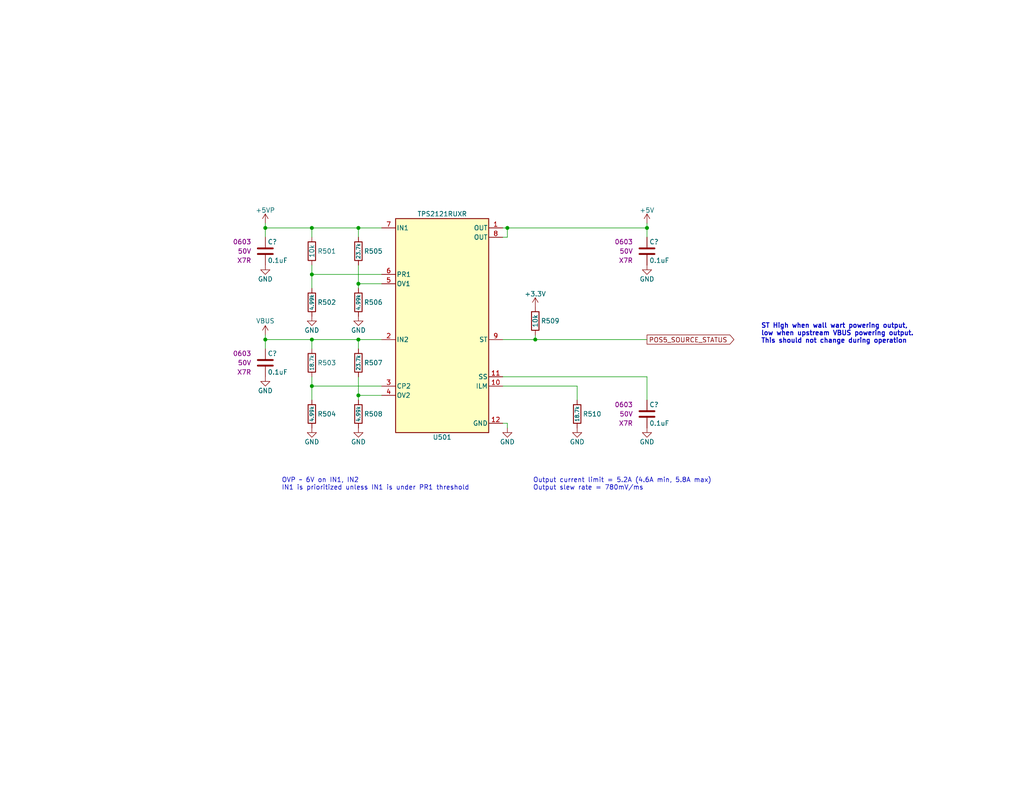
<source format=kicad_sch>
(kicad_sch (version 20230121) (generator eeschema)
  (paper "A")
  (title_block (title "USB Hub") (date "2023-08-20") (rev "PRELIM") (company "Drew Maatman"))
  (lib_symbols
    (symbol "Custom Library:TPS2121RUXR" (pin_names (offset 0.254))
      (property "Reference" "U801" (at 0 -36.83 0))
      (property "Value" "TPS2121RUXR" (at 0 24.13 0))
      (symbol "TPS2121RUXR_0_1"
        (pin bidirectional line (at 16.51 -22.86 180) (length 3.81) (name "ILM") (number "10"))
        (pin bidirectional line (at 16.51 -20.32 180) (length 3.81) (name "SS") (number "11"))
        (pin power_in line (at 16.51 -33.02 180) (length 3.81) (name "GND") (number "12"))
        (pin input line (at -16.51 -22.86 0) (length 3.81) (name "CP2") (number "3"))
        (pin input line (at -16.51 -25.4 0) (length 3.81) (name "OV2") (number "4"))
        (pin input line (at -16.51 5.08 0) (length 3.81) (name "OV1") (number "5"))
        (pin input line (at -16.51 7.62 0) (length 3.81) (name "PR1") (number "6"))
        (pin power_in line (at -16.51 20.32 0) (length 3.81) (name "IN1") (number "7"))
        (pin output line (at 16.51 -10.16 180) (length 3.81) (name "ST") (number "9"))
      )
      (symbol "TPS2121RUXR_1_1"
        (rectangle (start -12.7 22.86) (end 12.7 -35.56) (stroke (width 0.254)) (fill (type background)))
        (pin power_out line (at 16.51 20.32 180) (length 3.81) (name "OUT") (number "1"))
        (pin power_in line (at -16.51 -10.16 0) (length 3.81) (name "IN2") (number "2"))
        (pin passive line (at 16.51 17.78 180) (length 3.81) (name "OUT") (number "8"))
      )
    )
    (symbol "Custom_Library:C_Custom" (pin_numbers hide) (pin_names (offset 0.254))
      (property "Reference" "C" (at 0.635 2.54 0))
      (property "Value" "C_Custom" (at 0.635 -2.54 0))
      (property "display_footprint" "Foot" (at -3.81 2.54 0))
      (property "Voltage" "V" (at -3.81 0 0))
      (property "Dielectric" "Er" (at -3.81 -2.54 0))
      (symbol "C_Custom_0_1"
        (polyline (pts (xy -2.032 -0.762) (xy 2.032 -0.762)) (stroke (width 0.508)))
        (polyline (pts (xy -2.032 0.762) (xy 2.032 0.762)) (stroke (width 0.508)))
      )
      (symbol "C_Custom_1_1"
        (pin passive line (at 0 3.81 270) (length 2.794) (name "~") (number "1"))
        (pin passive line (at 0 -3.81 90) (length 2.794) (name "~") (number "2"))
      )
    )
    (symbol "Custom_Library:R_Custom" (pin_numbers hide) (pin_names (offset 1.016) hide)
      (property "Reference" "R" (at -2.54 0 90))
      (property "Value" "R_Custom" (at 0 0 90))
      (property "display_footprint" "Foot" (at 2.54 0 90))
      (property "Tolerance" "Tol" (at 5.08 0 90))
      (property "Wattage" "W" (at 7.62 0 90))
      (symbol "R_Custom_0_1"
        (rectangle (start 1.016 2.54) (end -1.016 -2.54) (stroke (width 0.254)))
      )
      (symbol "R_Custom_1_1"
        (pin passive line (at 0 3.81 270) (length 1.27) (name "1") (number "1"))
        (pin passive line (at 0 -3.81 90) (length 1.27) (name "2") (number "2"))
      )
    )
    (symbol "power:+3.3V" (power) (pin_names (offset 0))
      (property "Value" "+3.3V" (at 0 3.556 0))
      (symbol "+3.3V_0_1"
        (polyline (pts (xy -0.762 1.27) (xy 0 2.54)))
        (polyline (pts (xy 0 0) (xy 0 2.54)))
        (polyline (pts (xy 0 2.54) (xy 0.762 1.27)))
      )
      (symbol "+3.3V_1_1"
        (pin power_in line (at 0 0 90) (length 0) hide (name "+3.3V") (number "1"))
      )
    )
    (symbol "power:+5V" (power) (pin_names (offset 0))
      (property "Value" "+5V" (at 0 3.556 0))
      (symbol "+5V_0_1"
        (polyline (pts (xy -0.762 1.27) (xy 0 2.54)))
        (polyline (pts (xy 0 0) (xy 0 2.54)))
        (polyline (pts (xy 0 2.54) (xy 0.762 1.27)))
      )
      (symbol "+5V_1_1"
        (pin power_in line (at 0 0 90) (length 0) hide (name "+5V") (number "1"))
      )
    )
    (symbol "power:+5VP" (power) (pin_names (offset 0))
      (property "Value" "+5VP" (at 0 3.556 0))
      (symbol "+5VP_0_1"
        (polyline (pts (xy -0.762 1.27) (xy 0 2.54)))
        (polyline (pts (xy 0 0) (xy 0 2.54)))
        (polyline (pts (xy 0 2.54) (xy 0.762 1.27)))
      )
      (symbol "+5VP_1_1"
        (pin power_in line (at 0 0 90) (length 0) hide (name "+5VP") (number "1"))
      )
    )
    (symbol "power:GND" (power) (pin_names (offset 0))
      (property "Value" "GND" (at 0 -3.81 0))
      (symbol "GND_0_1"
        (polyline (pts (xy 0 0) (xy 0 -1.27) (xy 1.27 -1.27) (xy 0 -2.54) (xy -1.27 -1.27) (xy 0 -1.27)))
      )
      (symbol "GND_1_1"
        (pin power_in line (at 0 0 270) (length 0) hide (name "GND") (number "1"))
      )
    )
    (symbol "power:VBUS" (power) (pin_names (offset 0))
      (property "Value" "VBUS" (at 0 3.81 0))
      (symbol "VBUS_0_1"
        (polyline (pts (xy -0.762 1.27) (xy 0 2.54)))
        (polyline (pts (xy 0 0) (xy 0 2.54)))
        (polyline (pts (xy 0 2.54) (xy 0.762 1.27)))
      )
      (symbol "VBUS_1_1"
        (pin power_in line (at 0 0 90) (length 0) hide (name "VBUS") (number "1"))
      )
    )
  )
  (junction (at 85.09 74.93))
  (junction (at 97.79 62.23))
  (junction (at 72.39 62.23))
  (junction (at 97.79 92.71))
  (junction (at 176.53 62.23))
  (junction (at 85.09 92.71))
  (junction (at 72.39 92.71))
  (junction (at 85.09 62.23))
  (junction (at 97.79 77.47))
  (junction (at 146.05 92.71))
  (junction (at 138.43 62.23))
  (junction (at 85.09 105.41))
  (junction (at 97.79 107.95))
  (wire (pts (xy 72.39 91.44) (xy 72.39 92.71)))
  (wire (pts (xy 146.05 92.71) (xy 176.53 92.71)))
  (wire (pts (xy 85.09 105.41) (xy 85.09 102.87)))
  (wire (pts (xy 104.14 92.71) (xy 97.79 92.71)))
  (wire (pts (xy 176.53 109.22) (xy 176.53 102.87)))
  (wire (pts (xy 85.09 62.23) (xy 72.39 62.23)))
  (wire (pts (xy 146.05 92.71) (xy 137.16 92.71)))
  (wire (pts (xy 137.16 64.77) (xy 138.43 64.77)))
  (wire (pts (xy 176.53 102.87) (xy 137.16 102.87)))
  (wire (pts (xy 72.39 92.71) (xy 72.39 95.25)))
  (wire (pts (xy 157.48 109.22) (xy 157.48 105.41)))
  (wire (pts (xy 97.79 92.71) (xy 97.79 95.25)))
  (wire (pts (xy 97.79 62.23) (xy 85.09 62.23)))
  (wire (pts (xy 97.79 77.47) (xy 97.79 78.74)))
  (wire (pts (xy 97.79 77.47) (xy 104.14 77.47)))
  (wire (pts (xy 104.14 74.93) (xy 85.09 74.93)))
  (wire (pts (xy 138.43 62.23) (xy 176.53 62.23)))
  (wire (pts (xy 85.09 74.93) (xy 85.09 72.39)))
  (wire (pts (xy 85.09 92.71) (xy 72.39 92.71)))
  (wire (pts (xy 138.43 62.23) (xy 137.16 62.23)))
  (wire (pts (xy 97.79 107.95) (xy 104.14 107.95)))
  (wire (pts (xy 157.48 105.41) (xy 137.16 105.41)))
  (wire (pts (xy 97.79 102.87) (xy 97.79 107.95)))
  (wire (pts (xy 72.39 62.23) (xy 72.39 64.77)))
  (wire (pts (xy 138.43 116.84) (xy 138.43 115.57)))
  (wire (pts (xy 104.14 105.41) (xy 85.09 105.41)))
  (wire (pts (xy 97.79 62.23) (xy 97.79 64.77)))
  (wire (pts (xy 104.14 62.23) (xy 97.79 62.23)))
  (wire (pts (xy 97.79 92.71) (xy 85.09 92.71)))
  (wire (pts (xy 97.79 72.39) (xy 97.79 77.47)))
  (wire (pts (xy 85.09 74.93) (xy 85.09 78.74)))
  (wire (pts (xy 85.09 92.71) (xy 85.09 95.25)))
  (wire (pts (xy 138.43 62.23) (xy 138.43 64.77)))
  (wire (pts (xy 176.53 64.77) (xy 176.53 62.23)))
  (wire (pts (xy 176.53 60.96) (xy 176.53 62.23)))
  (wire (pts (xy 85.09 105.41) (xy 85.09 109.22)))
  (wire (pts (xy 146.05 91.44) (xy 146.05 92.71)))
  (wire (pts (xy 72.39 60.96) (xy 72.39 62.23)))
  (wire (pts (xy 85.09 62.23) (xy 85.09 64.77)))
  (wire (pts (xy 97.79 107.95) (xy 97.79 109.22)))
  (wire (pts (xy 138.43 115.57) (xy 137.16 115.57)))
  (text "ST High when wall wart powering output,\nlow when upstream VBUS powering output.\nThis should not change during operation" (at 207.6124 93.8892 0) (effects (font (size 1.27 1.27) bold) (justify left bottom)))
  (text "Output current limit = 5.2A (4.6A min, 5.8A max)\nOutput slew rate = 780mV/ms" (at 145.415 133.985 0) (effects (font (size 1.27 1.27)) (justify left bottom)))
  (text "OVP ~ 6V on IN1, IN2\nIN1 is prioritized unless IN1 is under PR1 threshold" (at 76.835 133.985 0) (effects (font (size 1.27 1.27)) (justify left bottom)))
  (global_label "POS5_SOURCE_STATUS" (shape output) (at 176.53 92.71 0) (property "Intersheetrefs" "${INTERSHEET_REFS}" (at 200.0691 92.71 0) (effects (justify left))))
  (symbol (lib_id "Custom_Library:C_Custom") (at 72.39 99.06 0) (unit 1)
    (property "Reference" "C?" (at 73.025 96.52 0) (effects (justify left)))
    (property "Value" "0.1uF" (at 73.025 101.6 0) (effects (justify left)))
    (property "Footprint" "Capacitors_SMD:C_0603" (effects hide))
    (property "display_footprint" "0603" (at 68.58 96.52 0) (effects (justify right)))
    (property "Voltage" "50V" (at 68.58 99.06 0) (effects (justify right)))
    (property "Dielectric" "X7R" (at 68.58 101.6 0) (effects (justify right)))
    (property "Digi-Key PN" "1276-1935-1-ND" (effects hide))
    (instances (project "LED_Panel_Controller" (path "" (reference "C?") (unit 1)) (path "" (reference "C?") (unit 1)) (path "" (reference "C?") (unit 1)) (path "" (reference "C?") (unit 1)) (path "" (reference "C?") (unit 1)) (path "" (reference "C?") (unit 1)) (path "" (reference "C?") (unit 1)) (path "" (reference "C?") (unit 1)) (path "" (reference "C?") (unit 1)) (path "" (reference "C?") (unit 1)) (path "" (reference "C?") (unit 1)) (path "" (reference "C?") (unit 1)) (path "" (reference "C?") (unit 1)) (path "" (reference "C?") (unit 1))) (project "USB_Hub" (path "" (reference "C?") (unit 1)) (path "" (reference "C?") (unit 1)) (path "" (reference "C502") (unit 1))))
  )
  (symbol (lib_id "power:GND") (at 85.09 116.84 0) (unit 1)
    (property "Reference" "#PWR0506" (effects hide))
    (property "Value" "GND" (at 85.09 120.65 0))
  )
  (symbol (lib_id "power:GND") (at 176.53 72.39 0) (unit 1)
    (property "Reference" "#PWR?" (effects hide))
    (property "Value" "GND" (at 176.53 76.2 0))
    (instances (project "LED_Panel_Controller" (path "" (reference "#PWR?") (unit 1)) (path "" (reference "#PWR?") (unit 1)) (path "" (reference "#PWR?") (unit 1)) (path "" (reference "#PWR?") (unit 1)) (path "" (reference "#PWR?") (unit 1))) (project "USB_Hub" (path "" (reference "#PWR?") (unit 1)) (path "" (reference "#PWR?") (unit 1)) (path "" (reference "#PWR0513") (unit 1))))
  )
  (symbol (lib_id "power:GND") (at 157.48 116.84 0) (unit 1)
    (property "Reference" "#PWR0511" (effects hide))
    (property "Value" "GND" (at 157.48 120.65 0))
  )
  (symbol (lib_id "Custom_Library:R_Custom") (at 85.09 68.58 0) (mirror y) (unit 1)
    (property "Reference" "R501" (at 86.614 68.58 0) (effects (justify right)))
    (property "Value" "10k" (at 85.09 68.58 90))
    (property "Footprint" "Resistors_SMD:R_0603" (effects hide))
    (property "display_footprint" "0603" (effects hide))
    (property "Tolerance" "1%" (effects hide))
    (property "Wattage" "1/10W" (effects hide))
    (property "Digi-Key PN" "541-10.0KHCT-ND" (effects hide))
  )
  (symbol (lib_id "power:GND") (at 72.39 102.87 0) (unit 1)
    (property "Reference" "#PWR?" (effects hide))
    (property "Value" "GND" (at 72.39 106.68 0))
    (instances (project "LED_Panel_Controller" (path "" (reference "#PWR?") (unit 1)) (path "" (reference "#PWR?") (unit 1)) (path "" (reference "#PWR?") (unit 1)) (path "" (reference "#PWR?") (unit 1)) (path "" (reference "#PWR?") (unit 1))) (project "USB_Hub" (path "" (reference "#PWR?") (unit 1)) (path "" (reference "#PWR?") (unit 1)) (path "" (reference "#PWR0504") (unit 1))))
  )
  (symbol (lib_id "Custom_Library:R_Custom") (at 146.05 87.63 0) (mirror y) (unit 1)
    (property "Reference" "R509" (at 147.574 87.63 0) (effects (justify right)))
    (property "Value" "10k" (at 146.05 87.63 90))
    (property "Footprint" "Resistors_SMD:R_0603" (effects hide))
    (property "display_footprint" "0603" (effects hide))
    (property "Tolerance" "1%" (effects hide))
    (property "Wattage" "1/10W" (effects hide))
    (property "Digi-Key PN" "541-10.0KHCT-ND" (effects hide))
  )
  (symbol (lib_id "Custom_Library:C_Custom") (at 176.53 113.03 0) (unit 1)
    (property "Reference" "C?" (at 177.165 110.49 0) (effects (justify left)))
    (property "Value" "0.1uF" (at 177.165 115.57 0) (effects (justify left)))
    (property "Footprint" "Capacitors_SMD:C_0603" (effects hide))
    (property "display_footprint" "0603" (at 172.72 110.49 0) (effects (justify right)))
    (property "Voltage" "50V" (at 172.72 113.03 0) (effects (justify right)))
    (property "Dielectric" "X7R" (at 172.72 115.57 0) (effects (justify right)))
    (property "Digi-Key PN" "1276-1935-1-ND" (effects hide))
    (instances (project "LED_Panel_Controller" (path "" (reference "C?") (unit 1)) (path "" (reference "C?") (unit 1)) (path "" (reference "C?") (unit 1)) (path "" (reference "C?") (unit 1)) (path "" (reference "C?") (unit 1)) (path "" (reference "C?") (unit 1)) (path "" (reference "C?") (unit 1)) (path "" (reference "C?") (unit 1)) (path "" (reference "C?") (unit 1)) (path "" (reference "C?") (unit 1)) (path "" (reference "C?") (unit 1)) (path "" (reference "C?") (unit 1)) (path "" (reference "C?") (unit 1)) (path "" (reference "C?") (unit 1))) (project "USB_Hub" (path "" (reference "C?") (unit 1)) (path "" (reference "C?") (unit 1)) (path "" (reference "C504") (unit 1))))
  )
  (symbol (lib_id "Custom_Library:C_Custom") (at 176.53 68.58 0) (unit 1)
    (property "Reference" "C?" (at 177.165 66.04 0) (effects (justify left)))
    (property "Value" "0.1uF" (at 177.165 71.12 0) (effects (justify left)))
    (property "Footprint" "Capacitors_SMD:C_0603" (effects hide))
    (property "display_footprint" "0603" (at 172.72 66.04 0) (effects (justify right)))
    (property "Voltage" "50V" (at 172.72 68.58 0) (effects (justify right)))
    (property "Dielectric" "X7R" (at 172.72 71.12 0) (effects (justify right)))
    (property "Digi-Key PN" "1276-1935-1-ND" (effects hide))
    (instances (project "LED_Panel_Controller" (path "" (reference "C?") (unit 1)) (path "" (reference "C?") (unit 1)) (path "" (reference "C?") (unit 1)) (path "" (reference "C?") (unit 1)) (path "" (reference "C?") (unit 1)) (path "" (reference "C?") (unit 1)) (path "" (reference "C?") (unit 1)) (path "" (reference "C?") (unit 1)) (path "" (reference "C?") (unit 1)) (path "" (reference "C?") (unit 1)) (path "" (reference "C?") (unit 1)) (path "" (reference "C?") (unit 1)) (path "" (reference "C?") (unit 1)) (path "" (reference "C?") (unit 1))) (project "USB_Hub" (path "" (reference "C?") (unit 1)) (path "" (reference "C?") (unit 1)) (path "" (reference "C503") (unit 1))))
  )
  (symbol (lib_id "Custom_Library:R_Custom") (at 85.09 113.03 0) (mirror y) (unit 1)
    (property "Reference" "R504" (at 86.614 113.03 0) (effects (justify right)))
    (property "Value" "4.99k" (at 85.09 113.03 90) (effects (font (size 1.016 1.016))))
    (property "Footprint" "Resistors_SMD:R_0603" (effects hide))
    (property "display_footprint" "0603" (effects hide))
    (property "Tolerance" "1%" (effects hide))
    (property "Wattage" "1/10W" (effects hide))
    (property "Digi-Key PN" "541-4.99KHCT-ND" (effects hide))
  )
  (symbol (lib_id "Custom_Library:R_Custom") (at 157.48 113.03 0) (mirror y) (unit 1)
    (property "Reference" "R510" (at 159.004 113.03 0) (effects (justify right)))
    (property "Value" "18.7k" (at 157.48 113.03 90) (effects (font (size 1.016 1.016))))
    (property "Footprint" "Resistors_SMD:R_0603" (effects hide))
    (property "display_footprint" "0603" (effects hide))
    (property "Tolerance" "1%" (effects hide))
    (property "Wattage" "1/10W" (effects hide))
    (property "Digi-Key PN" "541-18.7KHCT-ND" (effects hide))
  )
  (symbol (lib_id "power:+5VP") (at 72.39 60.96 0) (unit 1)
    (property "Reference" "#PWR0501" (effects hide))
    (property "Value" "+5VP" (at 72.39 57.404 0))
  )
  (symbol (lib_id "power:+5V") (at 176.53 60.96 0) (unit 1)
    (property "Reference" "#PWR0512" (effects hide))
    (property "Value" "+5V" (at 176.53 57.404 0))
  )
  (symbol (lib_id "power:GND") (at 85.09 86.36 0) (unit 1)
    (property "Reference" "#PWR0505" (effects hide))
    (property "Value" "GND" (at 85.09 90.17 0))
  )
  (symbol (lib_id "Custom_Library:R_Custom") (at 97.79 68.58 0) (mirror y) (unit 1)
    (property "Reference" "R505" (at 99.314 68.58 0) (effects (justify right)))
    (property "Value" "23.7k" (at 97.79 68.58 90) (effects (font (size 1.016 1.016))))
    (property "Footprint" "Resistors_SMD:R_0603" (effects hide))
    (property "display_footprint" "0603" (effects hide))
    (property "Tolerance" "1%" (effects hide))
    (property "Wattage" "1/10W" (effects hide))
    (property "Digi-Key PN" "541-23.7KHCT-ND" (effects hide))
  )
  (symbol (lib_id "Custom_Library:R_Custom") (at 85.09 82.55 0) (mirror y) (unit 1)
    (property "Reference" "R502" (at 86.614 82.55 0) (effects (justify right)))
    (property "Value" "4.99k" (at 85.09 82.55 90) (effects (font (size 1.016 1.016))))
    (property "Footprint" "Resistors_SMD:R_0603" (effects hide))
    (property "display_footprint" "0603" (effects hide))
    (property "Tolerance" "1%" (effects hide))
    (property "Wattage" "1/10W" (effects hide))
    (property "Digi-Key PN" "541-4.99KHCT-ND" (effects hide))
  )
  (symbol (lib_id "Custom Library:TPS2121RUXR") (at 120.65 82.55 0) (unit 1)
    (property "Reference" "U501" (at 120.65 119.38 0))
    (property "Value" "TPS2121RUXR" (at 120.65 58.42 0))
    (property "Footprint" "Custom Footprints Library:12-VQFN-HR_2x2p5" (effects hide))
    (property "Datasheet" "https://www.ti.com/lit/ds/symlink/tps2121.pdf?ts=1691729461601" (effects hide))
    (property "Digi-Key PN" "296-53410-1-ND" (effects hide))
  )
  (symbol (lib_id "Custom_Library:R_Custom") (at 97.79 82.55 0) (mirror y) (unit 1)
    (property "Reference" "R506" (at 99.314 82.55 0) (effects (justify right)))
    (property "Value" "4.99k" (at 97.79 82.55 90) (effects (font (size 1.016 1.016))))
    (property "Footprint" "Resistors_SMD:R_0603" (effects hide))
    (property "display_footprint" "0603" (effects hide))
    (property "Tolerance" "1%" (effects hide))
    (property "Wattage" "1/10W" (effects hide))
    (property "Digi-Key PN" "541-4.99KHCT-ND" (effects hide))
  )
  (symbol (lib_id "power:GND") (at 72.39 72.39 0) (unit 1)
    (property "Reference" "#PWR?" (effects hide))
    (property "Value" "GND" (at 72.39 76.2 0))
    (instances (project "LED_Panel_Controller" (path "" (reference "#PWR?") (unit 1)) (path "" (reference "#PWR?") (unit 1)) (path "" (reference "#PWR?") (unit 1)) (path "" (reference "#PWR?") (unit 1)) (path "" (reference "#PWR?") (unit 1))) (project "USB_Hub" (path "" (reference "#PWR?") (unit 1)) (path "" (reference "#PWR?") (unit 1)) (path "" (reference "#PWR0502") (unit 1))))
  )
  (symbol (lib_id "power:GND") (at 176.53 116.84 0) (unit 1)
    (property "Reference" "#PWR?" (effects hide))
    (property "Value" "GND" (at 176.53 120.65 0))
    (instances (project "LED_Panel_Controller" (path "" (reference "#PWR?") (unit 1)) (path "" (reference "#PWR?") (unit 1)) (path "" (reference "#PWR?") (unit 1)) (path "" (reference "#PWR?") (unit 1)) (path "" (reference "#PWR?") (unit 1))) (project "USB_Hub" (path "" (reference "#PWR?") (unit 1)) (path "" (reference "#PWR?") (unit 1)) (path "" (reference "#PWR0514") (unit 1))))
  )
  (symbol (lib_id "power:GND") (at 97.79 86.36 0) (unit 1)
    (property "Reference" "#PWR0507" (effects hide))
    (property "Value" "GND" (at 97.79 90.17 0))
  )
  (symbol (lib_id "Custom_Library:R_Custom") (at 97.79 113.03 0) (mirror y) (unit 1)
    (property "Reference" "R508" (at 99.314 113.03 0) (effects (justify right)))
    (property "Value" "4.99k" (at 97.79 113.03 90) (effects (font (size 1.016 1.016))))
    (property "Footprint" "Resistors_SMD:R_0603" (effects hide))
    (property "display_footprint" "0603" (effects hide))
    (property "Tolerance" "1%" (effects hide))
    (property "Wattage" "1/10W" (effects hide))
    (property "Digi-Key PN" "541-4.99KHCT-ND" (effects hide))
  )
  (symbol (lib_id "Custom_Library:C_Custom") (at 72.39 68.58 0) (unit 1)
    (property "Reference" "C?" (at 73.025 66.04 0) (effects (justify left)))
    (property "Value" "0.1uF" (at 73.025 71.12 0) (effects (justify left)))
    (property "Footprint" "Capacitors_SMD:C_0603" (effects hide))
    (property "display_footprint" "0603" (at 68.58 66.04 0) (effects (justify right)))
    (property "Voltage" "50V" (at 68.58 68.58 0) (effects (justify right)))
    (property "Dielectric" "X7R" (at 68.58 71.12 0) (effects (justify right)))
    (property "Digi-Key PN" "1276-1935-1-ND" (effects hide))
    (instances (project "LED_Panel_Controller" (path "" (reference "C?") (unit 1)) (path "" (reference "C?") (unit 1)) (path "" (reference "C?") (unit 1)) (path "" (reference "C?") (unit 1)) (path "" (reference "C?") (unit 1)) (path "" (reference "C?") (unit 1)) (path "" (reference "C?") (unit 1)) (path "" (reference "C?") (unit 1)) (path "" (reference "C?") (unit 1)) (path "" (reference "C?") (unit 1)) (path "" (reference "C?") (unit 1)) (path "" (reference "C?") (unit 1)) (path "" (reference "C?") (unit 1)) (path "" (reference "C?") (unit 1))) (project "USB_Hub" (path "" (reference "C?") (unit 1)) (path "" (reference "C?") (unit 1)) (path "" (reference "C501") (unit 1))))
  )
  (symbol (lib_id "power:+3.3V") (at 146.05 83.82 0) (unit 1)
    (property "Reference" "#PWR0510" (effects hide))
    (property "Value" "+3.3V" (at 146.05 80.264 0))
  )
  (symbol (lib_id "power:GND") (at 138.43 116.84 0) (unit 1)
    (property "Reference" "#PWR0509" (effects hide))
    (property "Value" "GND" (at 138.43 120.65 0))
  )
  (symbol (lib_id "power:VBUS") (at 72.39 91.44 0) (unit 1)
    (property "Reference" "#PWR0503" (effects hide))
    (property "Value" "VBUS" (at 72.39 87.63 0))
  )
  (symbol (lib_id "power:GND") (at 97.79 116.84 0) (unit 1)
    (property "Reference" "#PWR0508" (effects hide))
    (property "Value" "GND" (at 97.79 120.65 0))
  )
  (symbol (lib_id "Custom_Library:R_Custom") (at 85.09 99.06 0) (mirror y) (unit 1)
    (property "Reference" "R503" (at 86.614 99.06 0) (effects (justify right)))
    (property "Value" "18.7k" (at 85.09 99.06 90) (effects (font (size 1.016 1.016))))
    (property "Footprint" "Resistors_SMD:R_0603" (effects hide))
    (property "display_footprint" "0603" (effects hide))
    (property "Tolerance" "1%" (effects hide))
    (property "Wattage" "1/10W" (effects hide))
    (property "Digi-Key PN" "541-18.7KHCT-ND" (effects hide))
  )
  (symbol (lib_id "Custom_Library:R_Custom") (at 97.79 99.06 0) (mirror y) (unit 1)
    (property "Reference" "R507" (at 99.314 99.06 0) (effects (justify right)))
    (property "Value" "23.7k" (at 97.79 99.06 90) (effects (font (size 1.016 1.016))))
    (property "Footprint" "Resistors_SMD:R_0603" (effects hide))
    (property "display_footprint" "0603" (effects hide))
    (property "Tolerance" "1%" (effects hide))
    (property "Wattage" "1/10W" (effects hide))
    (property "Digi-Key PN" "541-23.7KHCT-ND" (effects hide))
  )
)
</source>
